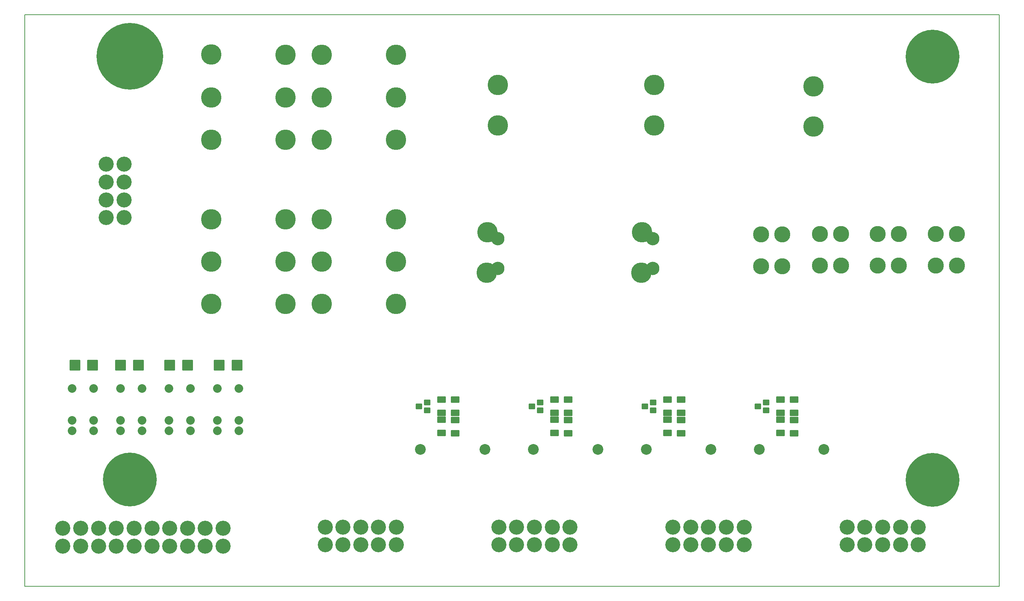
<source format=gbr>
G04 PROTEUS RS274X GERBER FILE*
%FSLAX45Y45*%
%MOMM*%
G01*
%ADD23C,2.032000*%
%ADD73C,3.556000*%
%ADD30C,12.700000*%
%ADD31C,15.748000*%
%AMPPAD026*
4,1,48,
0.762000,0.444500,
0.762000,-0.444500,
0.760720,-0.470900,
0.756950,-0.496430,
0.750800,-0.520990,
0.731870,-0.566720,
0.704840,-0.607150,
0.670640,-0.641340,
0.630220,-0.668360,
0.584490,-0.687300,
0.559930,-0.693450,
0.534400,-0.697220,
0.508000,-0.698500,
-0.508000,-0.698500,
-0.534400,-0.697220,
-0.559930,-0.693450,
-0.584490,-0.687300,
-0.630220,-0.668360,
-0.670640,-0.641340,
-0.704840,-0.607150,
-0.731870,-0.566720,
-0.750800,-0.520990,
-0.756950,-0.496430,
-0.760720,-0.470900,
-0.762000,-0.444500,
-0.762000,0.444500,
-0.760720,0.470900,
-0.756950,0.496430,
-0.750800,0.520990,
-0.731870,0.566720,
-0.704840,0.607150,
-0.670640,0.641340,
-0.630220,0.668360,
-0.584490,0.687300,
-0.559930,0.693450,
-0.534400,0.697220,
-0.508000,0.698500,
0.508000,0.698500,
0.534400,0.697220,
0.559930,0.693450,
0.584490,0.687300,
0.630220,0.668360,
0.670640,0.641340,
0.704840,0.607150,
0.731870,0.566720,
0.750800,0.520990,
0.756950,0.496430,
0.760720,0.470900,
0.762000,0.444500,
0*%
%ADD32PPAD026*%
%AMPPAD027*
4,1,48,
1.016000,0.508000,
1.016000,-0.508000,
1.014720,-0.534400,
1.010950,-0.559930,
1.004800,-0.584490,
0.985870,-0.630220,
0.958840,-0.670650,
0.924640,-0.704840,
0.884220,-0.731860,
0.838490,-0.750800,
0.813930,-0.756950,
0.788400,-0.760720,
0.762000,-0.762000,
-0.762000,-0.762000,
-0.788400,-0.760720,
-0.813930,-0.756950,
-0.838490,-0.750800,
-0.884220,-0.731860,
-0.924640,-0.704840,
-0.958840,-0.670650,
-0.985870,-0.630220,
-1.004800,-0.584490,
-1.010950,-0.559930,
-1.014720,-0.534400,
-1.016000,-0.508000,
-1.016000,0.508000,
-1.014720,0.534400,
-1.010950,0.559930,
-1.004800,0.584490,
-0.985870,0.630220,
-0.958840,0.670650,
-0.924640,0.704840,
-0.884220,0.731860,
-0.838490,0.750800,
-0.813930,0.756950,
-0.788400,0.760720,
-0.762000,0.762000,
0.762000,0.762000,
0.788400,0.760720,
0.813930,0.756950,
0.838490,0.750800,
0.884220,0.731860,
0.924640,0.704840,
0.958840,0.670650,
0.985870,0.630220,
1.004800,0.584490,
1.010950,0.559930,
1.014720,0.534400,
1.016000,0.508000,
0*%
%ADD33PPAD027*%
%ADD27C,2.540000*%
%ADD34C,4.826000*%
%ADD35C,4.572000*%
%AMPPAD030*
4,1,48,
-1.016000,1.270000,
1.016000,1.270000,
1.042400,1.268720,
1.067930,1.264950,
1.092490,1.258800,
1.138220,1.239870,
1.178650,1.212840,
1.212840,1.178640,
1.239860,1.138220,
1.258800,1.092490,
1.264950,1.067930,
1.268720,1.042400,
1.270000,1.016000,
1.270000,-1.016000,
1.268720,-1.042400,
1.264950,-1.067930,
1.258800,-1.092490,
1.239860,-1.138220,
1.212840,-1.178640,
1.178650,-1.212840,
1.138220,-1.239870,
1.092490,-1.258800,
1.067930,-1.264950,
1.042400,-1.268720,
1.016000,-1.270000,
-1.016000,-1.270000,
-1.042400,-1.268720,
-1.067930,-1.264950,
-1.092490,-1.258800,
-1.138220,-1.239870,
-1.178650,-1.212840,
-1.212840,-1.178640,
-1.239860,-1.138220,
-1.258800,-1.092490,
-1.264950,-1.067930,
-1.268720,-1.042400,
-1.270000,-1.016000,
-1.270000,1.016000,
-1.268720,1.042400,
-1.264950,1.067930,
-1.258800,1.092490,
-1.239860,1.138220,
-1.212840,1.178640,
-1.178650,1.212840,
-1.138220,1.239870,
-1.092490,1.258800,
-1.067930,1.264950,
-1.042400,1.268720,
-1.016000,1.270000,
0*%
%ADD36PPAD030*%
%ADD25C,3.810000*%
%ADD37C,3.149600*%
%ADD28C,0.203200*%
D23*
X+1620000Y+3920000D03*
X+1120000Y+3920000D03*
X+1620000Y+4670000D03*
X+1120000Y+4670000D03*
X+1620000Y+3670000D03*
X+1120000Y+3670000D03*
X+2763000Y+3920000D03*
X+2263000Y+3920000D03*
X+2763000Y+4670000D03*
X+2263000Y+4670000D03*
X+2763000Y+3670000D03*
X+2263000Y+3670000D03*
X+3906000Y+3920000D03*
X+3406000Y+3920000D03*
X+3906000Y+4670000D03*
X+3406000Y+4670000D03*
X+3906000Y+3670000D03*
X+3406000Y+3670000D03*
X+5049000Y+3920000D03*
X+4549000Y+3920000D03*
X+5049000Y+4670000D03*
X+4549000Y+4670000D03*
X+5049000Y+3670000D03*
X+4549000Y+3670000D03*
D73*
X+900000Y+1370000D03*
X+900000Y+950000D03*
X+1320000Y+1370000D03*
X+1320000Y+950000D03*
X+1740000Y+1370000D03*
X+1740000Y+950000D03*
X+2160000Y+1370000D03*
X+2160000Y+950000D03*
X+2580000Y+1370000D03*
X+2580000Y+950000D03*
X+3000000Y+1370000D03*
X+3000000Y+950000D03*
X+3420000Y+1370000D03*
X+3420000Y+950000D03*
X+3840000Y+1370000D03*
X+3840000Y+950000D03*
X+4260000Y+1370000D03*
X+4260000Y+950000D03*
X+4680000Y+1370000D03*
X+4680000Y+950000D03*
X+7090000Y+1400000D03*
X+7090000Y+980000D03*
X+7510000Y+1400000D03*
X+7510000Y+980000D03*
X+7930000Y+1400000D03*
X+7930000Y+980000D03*
X+8350000Y+1400000D03*
X+8350000Y+980000D03*
X+8770000Y+1400000D03*
X+8770000Y+980000D03*
X+11190000Y+1400000D03*
X+11190000Y+980000D03*
X+11610000Y+1400000D03*
X+11610000Y+980000D03*
X+12030000Y+1400000D03*
X+12030000Y+980000D03*
X+12450000Y+1400000D03*
X+12450000Y+980000D03*
X+12870000Y+1400000D03*
X+12870000Y+980000D03*
X+15300000Y+1400000D03*
X+15300000Y+980000D03*
X+15720000Y+1400000D03*
X+15720000Y+980000D03*
X+16140000Y+1400000D03*
X+16140000Y+980000D03*
X+16560000Y+1400000D03*
X+16560000Y+980000D03*
X+16980000Y+1400000D03*
X+16980000Y+980000D03*
X+19410000Y+1400000D03*
X+19410000Y+980000D03*
X+19830000Y+1400000D03*
X+19830000Y+980000D03*
X+20250000Y+1400000D03*
X+20250000Y+980000D03*
X+20670000Y+1400000D03*
X+20670000Y+980000D03*
X+21090000Y+1400000D03*
X+21090000Y+980000D03*
X+1920000Y+9970000D03*
X+2340000Y+9550000D03*
X+1920000Y+9550000D03*
X+2340000Y+9130000D03*
X+1920000Y+9130000D03*
X+2340000Y+8710000D03*
X+1920000Y+8710000D03*
X+2340000Y+9970000D03*
D30*
X+2480000Y+2520000D03*
X+21430000Y+2510000D03*
X+21430000Y+12509980D03*
D31*
X+2480000Y+12519980D03*
D32*
X+9500000Y+4340000D03*
X+9500000Y+4152040D03*
X+9301880Y+4246020D03*
D33*
X+10160000Y+4410000D03*
X+10160000Y+4095040D03*
X+9840000Y+3620000D03*
X+9840000Y+3934960D03*
X+10160000Y+3930000D03*
X+10160000Y+3615040D03*
X+9840000Y+4410000D03*
X+9840000Y+4095040D03*
D27*
X+9340000Y+3230000D03*
X+10864000Y+3230000D03*
D32*
X+12167000Y+4340000D03*
X+12167000Y+4152040D03*
X+11968880Y+4246020D03*
D33*
X+12827000Y+4410000D03*
X+12827000Y+4095040D03*
X+12507000Y+3620000D03*
X+12507000Y+3934960D03*
X+12827000Y+3930000D03*
X+12827000Y+3615040D03*
X+12507000Y+4410000D03*
X+12507000Y+4095040D03*
D27*
X+12007000Y+3230000D03*
X+13531000Y+3230000D03*
D32*
X+14834000Y+4340000D03*
X+14834000Y+4152040D03*
X+14635880Y+4246020D03*
D33*
X+15494000Y+4410000D03*
X+15494000Y+4095040D03*
X+15174000Y+3620000D03*
X+15174000Y+3934960D03*
X+15494000Y+3930000D03*
X+15494000Y+3615040D03*
X+15174000Y+4410000D03*
X+15174000Y+4095040D03*
D27*
X+14674000Y+3230000D03*
X+16198000Y+3230000D03*
D32*
X+17501000Y+4340000D03*
X+17501000Y+4152040D03*
X+17302880Y+4246020D03*
D33*
X+18161000Y+4410000D03*
X+18161000Y+4095040D03*
X+17841000Y+3620000D03*
X+17841000Y+3934960D03*
X+18161000Y+3930000D03*
X+18161000Y+3615040D03*
X+17841000Y+4410000D03*
X+17841000Y+4095040D03*
D27*
X+17341000Y+3230000D03*
X+18865000Y+3230000D03*
D34*
X+7010020Y+6671160D03*
X+8760020Y+6671160D03*
X+4403980Y+6671160D03*
X+6153980Y+6671160D03*
X+7010020Y+7671160D03*
X+8760020Y+7671160D03*
X+4403980Y+7671160D03*
X+6153980Y+7671160D03*
X+7010020Y+8671160D03*
X+8760020Y+8671160D03*
X+4403980Y+8671160D03*
X+6153980Y+8671160D03*
X+7010020Y+10551160D03*
X+8760020Y+10551160D03*
X+4403980Y+10551160D03*
X+6153980Y+10551160D03*
X+7010020Y+11551160D03*
X+8760020Y+11551160D03*
X+4403980Y+11551160D03*
X+6153980Y+11551160D03*
X+7010020Y+12551160D03*
X+8760020Y+12551160D03*
D35*
X+4403980Y+12551160D03*
D34*
X+6153980Y+12551160D03*
D36*
X+1180000Y+5220000D03*
X+1601640Y+5220000D03*
X+2260000Y+5220000D03*
X+2681640Y+5220000D03*
X+3420000Y+5220000D03*
X+3841640Y+5220000D03*
X+4590000Y+5220000D03*
X+5011640Y+5220000D03*
D25*
X+19265920Y+7575240D03*
X+18765540Y+7575240D03*
X+18765540Y+8325240D03*
X+19265540Y+8325240D03*
X+20635920Y+7575240D03*
X+20135540Y+7575240D03*
X+20135540Y+8325240D03*
X+20635540Y+8325240D03*
X+22005920Y+7575240D03*
X+21505540Y+7575240D03*
X+21505540Y+8325240D03*
X+22005540Y+8325240D03*
D34*
X+11170000Y+11840000D03*
X+11170000Y+10890000D03*
D37*
X+11170000Y+7510000D03*
X+11170000Y+8210000D03*
D34*
X+14860000Y+11840000D03*
X+14860000Y+10890000D03*
X+18620000Y+11810000D03*
X+18620000Y+10860000D03*
X+10920000Y+8360000D03*
X+10900000Y+7410000D03*
D37*
X+14820000Y+7510000D03*
X+14820000Y+8210000D03*
D34*
X+14570000Y+8360000D03*
X+14550000Y+7410000D03*
X+4399280Y+12560300D03*
D25*
X+17879080Y+7562540D03*
X+17378700Y+7562540D03*
X+17378700Y+8312540D03*
X+17878700Y+8312540D03*
D28*
X+0Y+0D02*
X+23000000Y+0D01*
X+23000000Y+13500000D01*
X+0Y+13500000D01*
X+0Y+0D01*
M02*

</source>
